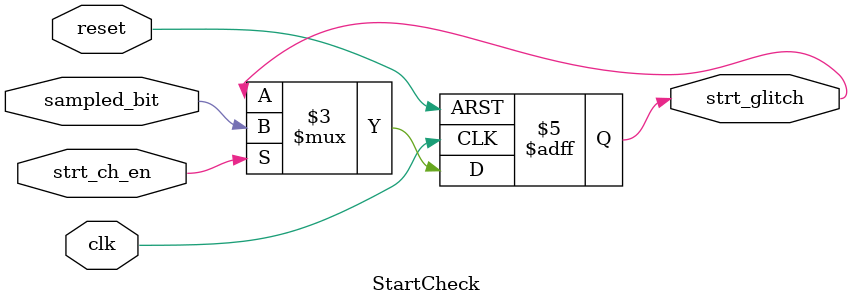
<source format=v>
module StartCheck (
    input clk , reset ,
    input sampled_bit , strt_ch_en ,
    output reg strt_glitch
);
    always @(posedge clk , negedge reset) begin
        if(~reset) begin
            strt_glitch <= 0;
        end
        else if (strt_ch_en) begin
            strt_glitch <= sampled_bit ;
        end
    end
endmodule
</source>
